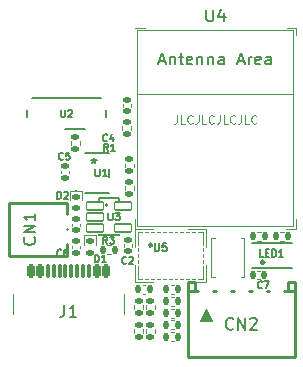
<source format=gbr>
%TF.GenerationSoftware,KiCad,Pcbnew,8.0.6-8.0.6-0~ubuntu24.04.1*%
%TF.CreationDate,2024-11-07T17:00:29-08:00*%
%TF.ProjectId,uSlime,75536c69-6d65-42e6-9b69-6361645f7063,rev?*%
%TF.SameCoordinates,Original*%
%TF.FileFunction,Legend,Top*%
%TF.FilePolarity,Positive*%
%FSLAX46Y46*%
G04 Gerber Fmt 4.6, Leading zero omitted, Abs format (unit mm)*
G04 Created by KiCad (PCBNEW 8.0.6-8.0.6-0~ubuntu24.04.1) date 2024-11-07 17:00:29*
%MOMM*%
%LPD*%
G01*
G04 APERTURE LIST*
G04 Aperture macros list*
%AMRoundRect*
0 Rectangle with rounded corners*
0 $1 Rounding radius*
0 $2 $3 $4 $5 $6 $7 $8 $9 X,Y pos of 4 corners*
0 Add a 4 corners polygon primitive as box body*
4,1,4,$2,$3,$4,$5,$6,$7,$8,$9,$2,$3,0*
0 Add four circle primitives for the rounded corners*
1,1,$1+$1,$2,$3*
1,1,$1+$1,$4,$5*
1,1,$1+$1,$6,$7*
1,1,$1+$1,$8,$9*
0 Add four rect primitives between the rounded corners*
20,1,$1+$1,$2,$3,$4,$5,0*
20,1,$1+$1,$4,$5,$6,$7,0*
20,1,$1+$1,$6,$7,$8,$9,0*
20,1,$1+$1,$8,$9,$2,$3,0*%
%AMFreePoly0*
4,1,6,0.725000,-0.725000,-0.725000,-0.725000,-0.725000,0.125000,-0.125000,0.725000,0.725000,0.725000,0.725000,-0.725000,0.725000,-0.725000,$1*%
G04 Aperture macros list end*
%ADD10C,0.100000*%
%ADD11C,0.150000*%
%ADD12C,0.152400*%
%ADD13C,0.254000*%
%ADD14C,0.120000*%
%ADD15C,0.152000*%
%ADD16C,0.250000*%
%ADD17C,0.101600*%
%ADD18C,0.127000*%
%ADD19C,0.200000*%
%ADD20RoundRect,0.147500X-0.172500X0.147500X-0.172500X-0.147500X0.172500X-0.147500X0.172500X0.147500X0*%
%ADD21C,1.200000*%
%ADD22RoundRect,0.135000X-0.135000X-0.185000X0.135000X-0.185000X0.135000X0.185000X-0.135000X0.185000X0*%
%ADD23RoundRect,0.135000X0.135000X0.185000X-0.135000X0.185000X-0.135000X-0.185000X0.135000X-0.185000X0*%
%ADD24R,0.800000X0.700000*%
%ADD25RoundRect,0.135000X0.185000X-0.135000X0.185000X0.135000X-0.185000X0.135000X-0.185000X-0.135000X0*%
%ADD26RoundRect,0.140000X0.170000X-0.140000X0.170000X0.140000X-0.170000X0.140000X-0.170000X-0.140000X0*%
%ADD27RoundRect,0.140000X-0.170000X0.140000X-0.170000X-0.140000X0.170000X-0.140000X0.170000X0.140000X0*%
%ADD28C,0.650000*%
%ADD29RoundRect,0.150000X-0.150000X-0.425000X0.150000X-0.425000X0.150000X0.425000X-0.150000X0.425000X0*%
%ADD30RoundRect,0.075000X-0.075000X-0.500000X0.075000X-0.500000X0.075000X0.500000X-0.075000X0.500000X0*%
%ADD31O,1.000000X2.100000*%
%ADD32O,1.000000X1.800000*%
%ADD33RoundRect,0.135000X-0.185000X0.135000X-0.185000X-0.135000X0.185000X-0.135000X0.185000X0.135000X0*%
%ADD34RoundRect,0.140000X-0.140000X-0.170000X0.140000X-0.170000X0.140000X0.170000X-0.140000X0.170000X0*%
%ADD35R,0.250000X0.914400*%
%ADD36R,0.812800X0.250000*%
%ADD37C,3.100000*%
%ADD38R,1.320800X0.508000*%
%ADD39R,0.800000X0.400000*%
%ADD40R,0.400000X0.800000*%
%ADD41FreePoly0,0.000000*%
%ADD42R,1.450000X1.450000*%
%ADD43R,0.700000X0.700000*%
%ADD44C,0.900000*%
%ADD45R,0.700000X1.500000*%
%ADD46R,1.000000X0.800000*%
%ADD47C,0.800000*%
%ADD48R,1.700000X0.900000*%
%ADD49C,1.000000*%
%ADD50RoundRect,0.060300X-0.716700X0.341700X-0.716700X-0.341700X0.716700X-0.341700X0.716700X0.341700X0*%
G04 APERTURE END LIST*
D10*
X14716666Y-2009133D02*
X14716666Y-2509133D01*
X14716666Y-2509133D02*
X14683333Y-2609133D01*
X14683333Y-2609133D02*
X14616666Y-2675800D01*
X14616666Y-2675800D02*
X14516666Y-2709133D01*
X14516666Y-2709133D02*
X14450000Y-2709133D01*
X15383333Y-2709133D02*
X15049999Y-2709133D01*
X15049999Y-2709133D02*
X15049999Y-2009133D01*
X16016666Y-2642466D02*
X15983333Y-2675800D01*
X15983333Y-2675800D02*
X15883333Y-2709133D01*
X15883333Y-2709133D02*
X15816666Y-2709133D01*
X15816666Y-2709133D02*
X15716666Y-2675800D01*
X15716666Y-2675800D02*
X15650000Y-2609133D01*
X15650000Y-2609133D02*
X15616666Y-2542466D01*
X15616666Y-2542466D02*
X15583333Y-2409133D01*
X15583333Y-2409133D02*
X15583333Y-2309133D01*
X15583333Y-2309133D02*
X15616666Y-2175800D01*
X15616666Y-2175800D02*
X15650000Y-2109133D01*
X15650000Y-2109133D02*
X15716666Y-2042466D01*
X15716666Y-2042466D02*
X15816666Y-2009133D01*
X15816666Y-2009133D02*
X15883333Y-2009133D01*
X15883333Y-2009133D02*
X15983333Y-2042466D01*
X15983333Y-2042466D02*
X16016666Y-2075800D01*
X16516666Y-2009133D02*
X16516666Y-2509133D01*
X16516666Y-2509133D02*
X16483333Y-2609133D01*
X16483333Y-2609133D02*
X16416666Y-2675800D01*
X16416666Y-2675800D02*
X16316666Y-2709133D01*
X16316666Y-2709133D02*
X16250000Y-2709133D01*
X17183333Y-2709133D02*
X16849999Y-2709133D01*
X16849999Y-2709133D02*
X16849999Y-2009133D01*
X17816666Y-2642466D02*
X17783333Y-2675800D01*
X17783333Y-2675800D02*
X17683333Y-2709133D01*
X17683333Y-2709133D02*
X17616666Y-2709133D01*
X17616666Y-2709133D02*
X17516666Y-2675800D01*
X17516666Y-2675800D02*
X17450000Y-2609133D01*
X17450000Y-2609133D02*
X17416666Y-2542466D01*
X17416666Y-2542466D02*
X17383333Y-2409133D01*
X17383333Y-2409133D02*
X17383333Y-2309133D01*
X17383333Y-2309133D02*
X17416666Y-2175800D01*
X17416666Y-2175800D02*
X17450000Y-2109133D01*
X17450000Y-2109133D02*
X17516666Y-2042466D01*
X17516666Y-2042466D02*
X17616666Y-2009133D01*
X17616666Y-2009133D02*
X17683333Y-2009133D01*
X17683333Y-2009133D02*
X17783333Y-2042466D01*
X17783333Y-2042466D02*
X17816666Y-2075800D01*
X18316666Y-2009133D02*
X18316666Y-2509133D01*
X18316666Y-2509133D02*
X18283333Y-2609133D01*
X18283333Y-2609133D02*
X18216666Y-2675800D01*
X18216666Y-2675800D02*
X18116666Y-2709133D01*
X18116666Y-2709133D02*
X18050000Y-2709133D01*
X18983333Y-2709133D02*
X18649999Y-2709133D01*
X18649999Y-2709133D02*
X18649999Y-2009133D01*
X19616666Y-2642466D02*
X19583333Y-2675800D01*
X19583333Y-2675800D02*
X19483333Y-2709133D01*
X19483333Y-2709133D02*
X19416666Y-2709133D01*
X19416666Y-2709133D02*
X19316666Y-2675800D01*
X19316666Y-2675800D02*
X19250000Y-2609133D01*
X19250000Y-2609133D02*
X19216666Y-2542466D01*
X19216666Y-2542466D02*
X19183333Y-2409133D01*
X19183333Y-2409133D02*
X19183333Y-2309133D01*
X19183333Y-2309133D02*
X19216666Y-2175800D01*
X19216666Y-2175800D02*
X19250000Y-2109133D01*
X19250000Y-2109133D02*
X19316666Y-2042466D01*
X19316666Y-2042466D02*
X19416666Y-2009133D01*
X19416666Y-2009133D02*
X19483333Y-2009133D01*
X19483333Y-2009133D02*
X19583333Y-2042466D01*
X19583333Y-2042466D02*
X19616666Y-2075800D01*
X20116666Y-2009133D02*
X20116666Y-2509133D01*
X20116666Y-2509133D02*
X20083333Y-2609133D01*
X20083333Y-2609133D02*
X20016666Y-2675800D01*
X20016666Y-2675800D02*
X19916666Y-2709133D01*
X19916666Y-2709133D02*
X19850000Y-2709133D01*
X20783333Y-2709133D02*
X20449999Y-2709133D01*
X20449999Y-2709133D02*
X20449999Y-2009133D01*
X21416666Y-2642466D02*
X21383333Y-2675800D01*
X21383333Y-2675800D02*
X21283333Y-2709133D01*
X21283333Y-2709133D02*
X21216666Y-2709133D01*
X21216666Y-2709133D02*
X21116666Y-2675800D01*
X21116666Y-2675800D02*
X21050000Y-2609133D01*
X21050000Y-2609133D02*
X21016666Y-2542466D01*
X21016666Y-2542466D02*
X20983333Y-2409133D01*
X20983333Y-2409133D02*
X20983333Y-2309133D01*
X20983333Y-2309133D02*
X21016666Y-2175800D01*
X21016666Y-2175800D02*
X21050000Y-2109133D01*
X21050000Y-2109133D02*
X21116666Y-2042466D01*
X21116666Y-2042466D02*
X21216666Y-2009133D01*
X21216666Y-2009133D02*
X21283333Y-2009133D01*
X21283333Y-2009133D02*
X21383333Y-2042466D01*
X21383333Y-2042466D02*
X21416666Y-2075800D01*
D11*
X7757143Y-14419771D02*
X7757143Y-13819771D01*
X7757143Y-13819771D02*
X7900000Y-13819771D01*
X7900000Y-13819771D02*
X7985714Y-13848342D01*
X7985714Y-13848342D02*
X8042857Y-13905485D01*
X8042857Y-13905485D02*
X8071428Y-13962628D01*
X8071428Y-13962628D02*
X8100000Y-14076914D01*
X8100000Y-14076914D02*
X8100000Y-14162628D01*
X8100000Y-14162628D02*
X8071428Y-14276914D01*
X8071428Y-14276914D02*
X8042857Y-14334057D01*
X8042857Y-14334057D02*
X7985714Y-14391200D01*
X7985714Y-14391200D02*
X7900000Y-14419771D01*
X7900000Y-14419771D02*
X7757143Y-14419771D01*
X8671428Y-14419771D02*
X8328571Y-14419771D01*
X8500000Y-14419771D02*
X8500000Y-13819771D01*
X8500000Y-13819771D02*
X8442857Y-13905485D01*
X8442857Y-13905485D02*
X8385714Y-13962628D01*
X8385714Y-13962628D02*
X8328571Y-13991200D01*
X19458207Y-20059580D02*
X19410588Y-20107200D01*
X19410588Y-20107200D02*
X19267731Y-20154819D01*
X19267731Y-20154819D02*
X19172493Y-20154819D01*
X19172493Y-20154819D02*
X19029636Y-20107200D01*
X19029636Y-20107200D02*
X18934398Y-20011961D01*
X18934398Y-20011961D02*
X18886779Y-19916723D01*
X18886779Y-19916723D02*
X18839160Y-19726247D01*
X18839160Y-19726247D02*
X18839160Y-19583390D01*
X18839160Y-19583390D02*
X18886779Y-19392914D01*
X18886779Y-19392914D02*
X18934398Y-19297676D01*
X18934398Y-19297676D02*
X19029636Y-19202438D01*
X19029636Y-19202438D02*
X19172493Y-19154819D01*
X19172493Y-19154819D02*
X19267731Y-19154819D01*
X19267731Y-19154819D02*
X19410588Y-19202438D01*
X19410588Y-19202438D02*
X19458207Y-19250057D01*
X19886779Y-20154819D02*
X19886779Y-19154819D01*
X19886779Y-19154819D02*
X20458207Y-20154819D01*
X20458207Y-20154819D02*
X20458207Y-19154819D01*
X20886779Y-19250057D02*
X20934398Y-19202438D01*
X20934398Y-19202438D02*
X21029636Y-19154819D01*
X21029636Y-19154819D02*
X21267731Y-19154819D01*
X21267731Y-19154819D02*
X21362969Y-19202438D01*
X21362969Y-19202438D02*
X21410588Y-19250057D01*
X21410588Y-19250057D02*
X21458207Y-19345295D01*
X21458207Y-19345295D02*
X21458207Y-19440533D01*
X21458207Y-19440533D02*
X21410588Y-19583390D01*
X21410588Y-19583390D02*
X20839160Y-20154819D01*
X20839160Y-20154819D02*
X21458207Y-20154819D01*
X22027255Y-13969771D02*
X21741541Y-13969771D01*
X21741541Y-13969771D02*
X21741541Y-13369771D01*
X22227255Y-13655485D02*
X22427255Y-13655485D01*
X22512969Y-13969771D02*
X22227255Y-13969771D01*
X22227255Y-13969771D02*
X22227255Y-13369771D01*
X22227255Y-13369771D02*
X22512969Y-13369771D01*
X22770112Y-13969771D02*
X22770112Y-13369771D01*
X22770112Y-13369771D02*
X22912969Y-13369771D01*
X22912969Y-13369771D02*
X22998683Y-13398342D01*
X22998683Y-13398342D02*
X23055826Y-13455485D01*
X23055826Y-13455485D02*
X23084397Y-13512628D01*
X23084397Y-13512628D02*
X23112969Y-13626914D01*
X23112969Y-13626914D02*
X23112969Y-13712628D01*
X23112969Y-13712628D02*
X23084397Y-13826914D01*
X23084397Y-13826914D02*
X23055826Y-13884057D01*
X23055826Y-13884057D02*
X22998683Y-13941200D01*
X22998683Y-13941200D02*
X22912969Y-13969771D01*
X22912969Y-13969771D02*
X22770112Y-13969771D01*
X23684397Y-13969771D02*
X23341540Y-13969771D01*
X23512969Y-13969771D02*
X23512969Y-13369771D01*
X23512969Y-13369771D02*
X23455826Y-13455485D01*
X23455826Y-13455485D02*
X23398683Y-13512628D01*
X23398683Y-13512628D02*
X23341540Y-13541200D01*
X5050000Y-5712628D02*
X5021428Y-5741200D01*
X5021428Y-5741200D02*
X4935714Y-5769771D01*
X4935714Y-5769771D02*
X4878571Y-5769771D01*
X4878571Y-5769771D02*
X4792857Y-5741200D01*
X4792857Y-5741200D02*
X4735714Y-5684057D01*
X4735714Y-5684057D02*
X4707143Y-5626914D01*
X4707143Y-5626914D02*
X4678571Y-5512628D01*
X4678571Y-5512628D02*
X4678571Y-5426914D01*
X4678571Y-5426914D02*
X4707143Y-5312628D01*
X4707143Y-5312628D02*
X4735714Y-5255485D01*
X4735714Y-5255485D02*
X4792857Y-5198342D01*
X4792857Y-5198342D02*
X4878571Y-5169771D01*
X4878571Y-5169771D02*
X4935714Y-5169771D01*
X4935714Y-5169771D02*
X5021428Y-5198342D01*
X5021428Y-5198342D02*
X5050000Y-5226914D01*
X5592857Y-5169771D02*
X5307143Y-5169771D01*
X5307143Y-5169771D02*
X5278571Y-5455485D01*
X5278571Y-5455485D02*
X5307143Y-5426914D01*
X5307143Y-5426914D02*
X5364286Y-5398342D01*
X5364286Y-5398342D02*
X5507143Y-5398342D01*
X5507143Y-5398342D02*
X5564286Y-5426914D01*
X5564286Y-5426914D02*
X5592857Y-5455485D01*
X5592857Y-5455485D02*
X5621428Y-5512628D01*
X5621428Y-5512628D02*
X5621428Y-5655485D01*
X5621428Y-5655485D02*
X5592857Y-5712628D01*
X5592857Y-5712628D02*
X5564286Y-5741200D01*
X5564286Y-5741200D02*
X5507143Y-5769771D01*
X5507143Y-5769771D02*
X5364286Y-5769771D01*
X5364286Y-5769771D02*
X5307143Y-5741200D01*
X5307143Y-5741200D02*
X5278571Y-5712628D01*
X8800000Y-4162628D02*
X8771428Y-4191200D01*
X8771428Y-4191200D02*
X8685714Y-4219771D01*
X8685714Y-4219771D02*
X8628571Y-4219771D01*
X8628571Y-4219771D02*
X8542857Y-4191200D01*
X8542857Y-4191200D02*
X8485714Y-4134057D01*
X8485714Y-4134057D02*
X8457143Y-4076914D01*
X8457143Y-4076914D02*
X8428571Y-3962628D01*
X8428571Y-3962628D02*
X8428571Y-3876914D01*
X8428571Y-3876914D02*
X8457143Y-3762628D01*
X8457143Y-3762628D02*
X8485714Y-3705485D01*
X8485714Y-3705485D02*
X8542857Y-3648342D01*
X8542857Y-3648342D02*
X8628571Y-3619771D01*
X8628571Y-3619771D02*
X8685714Y-3619771D01*
X8685714Y-3619771D02*
X8771428Y-3648342D01*
X8771428Y-3648342D02*
X8800000Y-3676914D01*
X9314286Y-3819771D02*
X9314286Y-4219771D01*
X9171428Y-3591200D02*
X9028571Y-4019771D01*
X9028571Y-4019771D02*
X9400000Y-4019771D01*
X5166666Y-18064819D02*
X5166666Y-18779104D01*
X5166666Y-18779104D02*
X5119047Y-18921961D01*
X5119047Y-18921961D02*
X5023809Y-19017200D01*
X5023809Y-19017200D02*
X4880952Y-19064819D01*
X4880952Y-19064819D02*
X4785714Y-19064819D01*
X6166666Y-19064819D02*
X5595238Y-19064819D01*
X5880952Y-19064819D02*
X5880952Y-18064819D01*
X5880952Y-18064819D02*
X5785714Y-18207676D01*
X5785714Y-18207676D02*
X5690476Y-18302914D01*
X5690476Y-18302914D02*
X5595238Y-18350533D01*
X4557143Y-9069771D02*
X4557143Y-8469771D01*
X4557143Y-8469771D02*
X4700000Y-8469771D01*
X4700000Y-8469771D02*
X4785714Y-8498342D01*
X4785714Y-8498342D02*
X4842857Y-8555485D01*
X4842857Y-8555485D02*
X4871428Y-8612628D01*
X4871428Y-8612628D02*
X4900000Y-8726914D01*
X4900000Y-8726914D02*
X4900000Y-8812628D01*
X4900000Y-8812628D02*
X4871428Y-8926914D01*
X4871428Y-8926914D02*
X4842857Y-8984057D01*
X4842857Y-8984057D02*
X4785714Y-9041200D01*
X4785714Y-9041200D02*
X4700000Y-9069771D01*
X4700000Y-9069771D02*
X4557143Y-9069771D01*
X5128571Y-8526914D02*
X5157143Y-8498342D01*
X5157143Y-8498342D02*
X5214286Y-8469771D01*
X5214286Y-8469771D02*
X5357143Y-8469771D01*
X5357143Y-8469771D02*
X5414286Y-8498342D01*
X5414286Y-8498342D02*
X5442857Y-8526914D01*
X5442857Y-8526914D02*
X5471428Y-8584057D01*
X5471428Y-8584057D02*
X5471428Y-8641200D01*
X5471428Y-8641200D02*
X5442857Y-8726914D01*
X5442857Y-8726914D02*
X5100000Y-9069771D01*
X5100000Y-9069771D02*
X5471428Y-9069771D01*
X10400000Y-14512628D02*
X10371428Y-14541200D01*
X10371428Y-14541200D02*
X10285714Y-14569771D01*
X10285714Y-14569771D02*
X10228571Y-14569771D01*
X10228571Y-14569771D02*
X10142857Y-14541200D01*
X10142857Y-14541200D02*
X10085714Y-14484057D01*
X10085714Y-14484057D02*
X10057143Y-14426914D01*
X10057143Y-14426914D02*
X10028571Y-14312628D01*
X10028571Y-14312628D02*
X10028571Y-14226914D01*
X10028571Y-14226914D02*
X10057143Y-14112628D01*
X10057143Y-14112628D02*
X10085714Y-14055485D01*
X10085714Y-14055485D02*
X10142857Y-13998342D01*
X10142857Y-13998342D02*
X10228571Y-13969771D01*
X10228571Y-13969771D02*
X10285714Y-13969771D01*
X10285714Y-13969771D02*
X10371428Y-13998342D01*
X10371428Y-13998342D02*
X10400000Y-14026914D01*
X10628571Y-14026914D02*
X10657143Y-13998342D01*
X10657143Y-13998342D02*
X10714286Y-13969771D01*
X10714286Y-13969771D02*
X10857143Y-13969771D01*
X10857143Y-13969771D02*
X10914286Y-13998342D01*
X10914286Y-13998342D02*
X10942857Y-14026914D01*
X10942857Y-14026914D02*
X10971428Y-14084057D01*
X10971428Y-14084057D02*
X10971428Y-14141200D01*
X10971428Y-14141200D02*
X10942857Y-14226914D01*
X10942857Y-14226914D02*
X10600000Y-14569771D01*
X10600000Y-14569771D02*
X10971428Y-14569771D01*
X21900000Y-16612628D02*
X21871428Y-16641200D01*
X21871428Y-16641200D02*
X21785714Y-16669771D01*
X21785714Y-16669771D02*
X21728571Y-16669771D01*
X21728571Y-16669771D02*
X21642857Y-16641200D01*
X21642857Y-16641200D02*
X21585714Y-16584057D01*
X21585714Y-16584057D02*
X21557143Y-16526914D01*
X21557143Y-16526914D02*
X21528571Y-16412628D01*
X21528571Y-16412628D02*
X21528571Y-16326914D01*
X21528571Y-16326914D02*
X21557143Y-16212628D01*
X21557143Y-16212628D02*
X21585714Y-16155485D01*
X21585714Y-16155485D02*
X21642857Y-16098342D01*
X21642857Y-16098342D02*
X21728571Y-16069771D01*
X21728571Y-16069771D02*
X21785714Y-16069771D01*
X21785714Y-16069771D02*
X21871428Y-16098342D01*
X21871428Y-16098342D02*
X21900000Y-16126914D01*
X22100000Y-16069771D02*
X22500000Y-16069771D01*
X22500000Y-16069771D02*
X22242857Y-16669771D01*
X8800000Y-12869771D02*
X8600000Y-12584057D01*
X8457143Y-12869771D02*
X8457143Y-12269771D01*
X8457143Y-12269771D02*
X8685714Y-12269771D01*
X8685714Y-12269771D02*
X8742857Y-12298342D01*
X8742857Y-12298342D02*
X8771428Y-12326914D01*
X8771428Y-12326914D02*
X8800000Y-12384057D01*
X8800000Y-12384057D02*
X8800000Y-12469771D01*
X8800000Y-12469771D02*
X8771428Y-12526914D01*
X8771428Y-12526914D02*
X8742857Y-12555485D01*
X8742857Y-12555485D02*
X8685714Y-12584057D01*
X8685714Y-12584057D02*
X8457143Y-12584057D01*
X9000000Y-12269771D02*
X9371428Y-12269771D01*
X9371428Y-12269771D02*
X9171428Y-12498342D01*
X9171428Y-12498342D02*
X9257143Y-12498342D01*
X9257143Y-12498342D02*
X9314286Y-12526914D01*
X9314286Y-12526914D02*
X9342857Y-12555485D01*
X9342857Y-12555485D02*
X9371428Y-12612628D01*
X9371428Y-12612628D02*
X9371428Y-12755485D01*
X9371428Y-12755485D02*
X9342857Y-12812628D01*
X9342857Y-12812628D02*
X9314286Y-12841200D01*
X9314286Y-12841200D02*
X9257143Y-12869771D01*
X9257143Y-12869771D02*
X9085714Y-12869771D01*
X9085714Y-12869771D02*
X9028571Y-12841200D01*
X9028571Y-12841200D02*
X9000000Y-12812628D01*
D12*
X12797615Y-12837737D02*
X12797615Y-13371520D01*
X12797615Y-13371520D02*
X12829014Y-13434318D01*
X12829014Y-13434318D02*
X12860413Y-13465718D01*
X12860413Y-13465718D02*
X12923211Y-13497117D01*
X12923211Y-13497117D02*
X13048807Y-13497117D01*
X13048807Y-13497117D02*
X13111605Y-13465718D01*
X13111605Y-13465718D02*
X13143004Y-13434318D01*
X13143004Y-13434318D02*
X13174403Y-13371520D01*
X13174403Y-13371520D02*
X13174403Y-12837737D01*
X13802384Y-12837737D02*
X13488394Y-12837737D01*
X13488394Y-12837737D02*
X13456995Y-13151727D01*
X13456995Y-13151727D02*
X13488394Y-13120328D01*
X13488394Y-13120328D02*
X13551192Y-13088929D01*
X13551192Y-13088929D02*
X13708187Y-13088929D01*
X13708187Y-13088929D02*
X13770985Y-13120328D01*
X13770985Y-13120328D02*
X13802384Y-13151727D01*
X13802384Y-13151727D02*
X13833783Y-13214525D01*
X13833783Y-13214525D02*
X13833783Y-13371520D01*
X13833783Y-13371520D02*
X13802384Y-13434318D01*
X13802384Y-13434318D02*
X13770985Y-13465718D01*
X13770985Y-13465718D02*
X13708187Y-13497117D01*
X13708187Y-13497117D02*
X13551192Y-13497117D01*
X13551192Y-13497117D02*
X13488394Y-13465718D01*
X13488394Y-13465718D02*
X13456995Y-13434318D01*
D11*
X7792857Y-6569771D02*
X7792857Y-7055485D01*
X7792857Y-7055485D02*
X7821428Y-7112628D01*
X7821428Y-7112628D02*
X7850000Y-7141200D01*
X7850000Y-7141200D02*
X7907142Y-7169771D01*
X7907142Y-7169771D02*
X8021428Y-7169771D01*
X8021428Y-7169771D02*
X8078571Y-7141200D01*
X8078571Y-7141200D02*
X8107142Y-7112628D01*
X8107142Y-7112628D02*
X8135714Y-7055485D01*
X8135714Y-7055485D02*
X8135714Y-6569771D01*
X8735713Y-7169771D02*
X8392856Y-7169771D01*
X8564285Y-7169771D02*
X8564285Y-6569771D01*
X8564285Y-6569771D02*
X8507142Y-6655485D01*
X8507142Y-6655485D02*
X8449999Y-6712628D01*
X8449999Y-6712628D02*
X8392856Y-6741200D01*
X7650000Y-5654819D02*
X7650000Y-5892914D01*
X7411905Y-5797676D02*
X7650000Y-5892914D01*
X7650000Y-5892914D02*
X7888095Y-5797676D01*
X7507143Y-6083390D02*
X7650000Y-5892914D01*
X7650000Y-5892914D02*
X7792857Y-6083390D01*
X8850000Y-5019771D02*
X8650000Y-4734057D01*
X8507143Y-5019771D02*
X8507143Y-4419771D01*
X8507143Y-4419771D02*
X8735714Y-4419771D01*
X8735714Y-4419771D02*
X8792857Y-4448342D01*
X8792857Y-4448342D02*
X8821428Y-4476914D01*
X8821428Y-4476914D02*
X8850000Y-4534057D01*
X8850000Y-4534057D02*
X8850000Y-4619771D01*
X8850000Y-4619771D02*
X8821428Y-4676914D01*
X8821428Y-4676914D02*
X8792857Y-4705485D01*
X8792857Y-4705485D02*
X8735714Y-4734057D01*
X8735714Y-4734057D02*
X8507143Y-4734057D01*
X9421428Y-5019771D02*
X9078571Y-5019771D01*
X9250000Y-5019771D02*
X9250000Y-4419771D01*
X9250000Y-4419771D02*
X9192857Y-4505485D01*
X9192857Y-4505485D02*
X9135714Y-4562628D01*
X9135714Y-4562628D02*
X9078571Y-4591200D01*
X17188095Y6945181D02*
X17188095Y6135658D01*
X17188095Y6135658D02*
X17235714Y6040420D01*
X17235714Y6040420D02*
X17283333Y5992800D01*
X17283333Y5992800D02*
X17378571Y5945181D01*
X17378571Y5945181D02*
X17569047Y5945181D01*
X17569047Y5945181D02*
X17664285Y5992800D01*
X17664285Y5992800D02*
X17711904Y6040420D01*
X17711904Y6040420D02*
X17759523Y6135658D01*
X17759523Y6135658D02*
X17759523Y6945181D01*
X18664285Y6611848D02*
X18664285Y5945181D01*
X18426190Y6992800D02*
X18188095Y6278515D01*
X18188095Y6278515D02*
X18807142Y6278515D01*
X13188094Y2580896D02*
X13664284Y2580896D01*
X13092856Y2295181D02*
X13426189Y3295181D01*
X13426189Y3295181D02*
X13759522Y2295181D01*
X14092856Y2961848D02*
X14092856Y2295181D01*
X14092856Y2866610D02*
X14140475Y2914229D01*
X14140475Y2914229D02*
X14235713Y2961848D01*
X14235713Y2961848D02*
X14378570Y2961848D01*
X14378570Y2961848D02*
X14473808Y2914229D01*
X14473808Y2914229D02*
X14521427Y2818991D01*
X14521427Y2818991D02*
X14521427Y2295181D01*
X14854761Y2961848D02*
X15235713Y2961848D01*
X14997618Y3295181D02*
X14997618Y2438039D01*
X14997618Y2438039D02*
X15045237Y2342800D01*
X15045237Y2342800D02*
X15140475Y2295181D01*
X15140475Y2295181D02*
X15235713Y2295181D01*
X15949999Y2342800D02*
X15854761Y2295181D01*
X15854761Y2295181D02*
X15664285Y2295181D01*
X15664285Y2295181D02*
X15569047Y2342800D01*
X15569047Y2342800D02*
X15521428Y2438039D01*
X15521428Y2438039D02*
X15521428Y2818991D01*
X15521428Y2818991D02*
X15569047Y2914229D01*
X15569047Y2914229D02*
X15664285Y2961848D01*
X15664285Y2961848D02*
X15854761Y2961848D01*
X15854761Y2961848D02*
X15949999Y2914229D01*
X15949999Y2914229D02*
X15997618Y2818991D01*
X15997618Y2818991D02*
X15997618Y2723753D01*
X15997618Y2723753D02*
X15521428Y2628515D01*
X16426190Y2961848D02*
X16426190Y2295181D01*
X16426190Y2866610D02*
X16473809Y2914229D01*
X16473809Y2914229D02*
X16569047Y2961848D01*
X16569047Y2961848D02*
X16711904Y2961848D01*
X16711904Y2961848D02*
X16807142Y2914229D01*
X16807142Y2914229D02*
X16854761Y2818991D01*
X16854761Y2818991D02*
X16854761Y2295181D01*
X17330952Y2961848D02*
X17330952Y2295181D01*
X17330952Y2866610D02*
X17378571Y2914229D01*
X17378571Y2914229D02*
X17473809Y2961848D01*
X17473809Y2961848D02*
X17616666Y2961848D01*
X17616666Y2961848D02*
X17711904Y2914229D01*
X17711904Y2914229D02*
X17759523Y2818991D01*
X17759523Y2818991D02*
X17759523Y2295181D01*
X18664285Y2295181D02*
X18664285Y2818991D01*
X18664285Y2818991D02*
X18616666Y2914229D01*
X18616666Y2914229D02*
X18521428Y2961848D01*
X18521428Y2961848D02*
X18330952Y2961848D01*
X18330952Y2961848D02*
X18235714Y2914229D01*
X18664285Y2342800D02*
X18569047Y2295181D01*
X18569047Y2295181D02*
X18330952Y2295181D01*
X18330952Y2295181D02*
X18235714Y2342800D01*
X18235714Y2342800D02*
X18188095Y2438039D01*
X18188095Y2438039D02*
X18188095Y2533277D01*
X18188095Y2533277D02*
X18235714Y2628515D01*
X18235714Y2628515D02*
X18330952Y2676134D01*
X18330952Y2676134D02*
X18569047Y2676134D01*
X18569047Y2676134D02*
X18664285Y2723753D01*
X19854762Y2580896D02*
X20330952Y2580896D01*
X19759524Y2295181D02*
X20092857Y3295181D01*
X20092857Y3295181D02*
X20426190Y2295181D01*
X20759524Y2295181D02*
X20759524Y2961848D01*
X20759524Y2771372D02*
X20807143Y2866610D01*
X20807143Y2866610D02*
X20854762Y2914229D01*
X20854762Y2914229D02*
X20950000Y2961848D01*
X20950000Y2961848D02*
X21045238Y2961848D01*
X21759524Y2342800D02*
X21664286Y2295181D01*
X21664286Y2295181D02*
X21473810Y2295181D01*
X21473810Y2295181D02*
X21378572Y2342800D01*
X21378572Y2342800D02*
X21330953Y2438039D01*
X21330953Y2438039D02*
X21330953Y2818991D01*
X21330953Y2818991D02*
X21378572Y2914229D01*
X21378572Y2914229D02*
X21473810Y2961848D01*
X21473810Y2961848D02*
X21664286Y2961848D01*
X21664286Y2961848D02*
X21759524Y2914229D01*
X21759524Y2914229D02*
X21807143Y2818991D01*
X21807143Y2818991D02*
X21807143Y2723753D01*
X21807143Y2723753D02*
X21330953Y2628515D01*
X22664286Y2295181D02*
X22664286Y2818991D01*
X22664286Y2818991D02*
X22616667Y2914229D01*
X22616667Y2914229D02*
X22521429Y2961848D01*
X22521429Y2961848D02*
X22330953Y2961848D01*
X22330953Y2961848D02*
X22235715Y2914229D01*
X22664286Y2342800D02*
X22569048Y2295181D01*
X22569048Y2295181D02*
X22330953Y2295181D01*
X22330953Y2295181D02*
X22235715Y2342800D01*
X22235715Y2342800D02*
X22188096Y2438039D01*
X22188096Y2438039D02*
X22188096Y2533277D01*
X22188096Y2533277D02*
X22235715Y2628515D01*
X22235715Y2628515D02*
X22330953Y2676134D01*
X22330953Y2676134D02*
X22569048Y2676134D01*
X22569048Y2676134D02*
X22664286Y2723753D01*
X4867857Y-1544771D02*
X4867857Y-2030485D01*
X4867857Y-2030485D02*
X4896428Y-2087628D01*
X4896428Y-2087628D02*
X4925000Y-2116200D01*
X4925000Y-2116200D02*
X4982142Y-2144771D01*
X4982142Y-2144771D02*
X5096428Y-2144771D01*
X5096428Y-2144771D02*
X5153571Y-2116200D01*
X5153571Y-2116200D02*
X5182142Y-2087628D01*
X5182142Y-2087628D02*
X5210714Y-2030485D01*
X5210714Y-2030485D02*
X5210714Y-1544771D01*
X5467856Y-1601914D02*
X5496428Y-1573342D01*
X5496428Y-1573342D02*
X5553571Y-1544771D01*
X5553571Y-1544771D02*
X5696428Y-1544771D01*
X5696428Y-1544771D02*
X5753571Y-1573342D01*
X5753571Y-1573342D02*
X5782142Y-1601914D01*
X5782142Y-1601914D02*
X5810713Y-1659057D01*
X5810713Y-1659057D02*
X5810713Y-1716200D01*
X5810713Y-1716200D02*
X5782142Y-1801914D01*
X5782142Y-1801914D02*
X5439285Y-2144771D01*
X5439285Y-2144771D02*
X5810713Y-2144771D01*
X2609580Y-12340476D02*
X2657200Y-12388095D01*
X2657200Y-12388095D02*
X2704819Y-12530952D01*
X2704819Y-12530952D02*
X2704819Y-12626190D01*
X2704819Y-12626190D02*
X2657200Y-12769047D01*
X2657200Y-12769047D02*
X2561961Y-12864285D01*
X2561961Y-12864285D02*
X2466723Y-12911904D01*
X2466723Y-12911904D02*
X2276247Y-12959523D01*
X2276247Y-12959523D02*
X2133390Y-12959523D01*
X2133390Y-12959523D02*
X1942914Y-12911904D01*
X1942914Y-12911904D02*
X1847676Y-12864285D01*
X1847676Y-12864285D02*
X1752438Y-12769047D01*
X1752438Y-12769047D02*
X1704819Y-12626190D01*
X1704819Y-12626190D02*
X1704819Y-12530952D01*
X1704819Y-12530952D02*
X1752438Y-12388095D01*
X1752438Y-12388095D02*
X1800057Y-12340476D01*
X2704819Y-11911904D02*
X1704819Y-11911904D01*
X1704819Y-11911904D02*
X2704819Y-11340476D01*
X2704819Y-11340476D02*
X1704819Y-11340476D01*
X2704819Y-10340476D02*
X2704819Y-10911904D01*
X2704819Y-10626190D02*
X1704819Y-10626190D01*
X1704819Y-10626190D02*
X1847676Y-10721428D01*
X1847676Y-10721428D02*
X1942914Y-10816666D01*
X1942914Y-10816666D02*
X1990533Y-10911904D01*
X8892857Y-10269771D02*
X8892857Y-10755485D01*
X8892857Y-10755485D02*
X8921428Y-10812628D01*
X8921428Y-10812628D02*
X8950000Y-10841200D01*
X8950000Y-10841200D02*
X9007142Y-10869771D01*
X9007142Y-10869771D02*
X9121428Y-10869771D01*
X9121428Y-10869771D02*
X9178571Y-10841200D01*
X9178571Y-10841200D02*
X9207142Y-10812628D01*
X9207142Y-10812628D02*
X9235714Y-10755485D01*
X9235714Y-10755485D02*
X9235714Y-10269771D01*
X9464285Y-10269771D02*
X9835713Y-10269771D01*
X9835713Y-10269771D02*
X9635713Y-10498342D01*
X9635713Y-10498342D02*
X9721428Y-10498342D01*
X9721428Y-10498342D02*
X9778571Y-10526914D01*
X9778571Y-10526914D02*
X9807142Y-10555485D01*
X9807142Y-10555485D02*
X9835713Y-10612628D01*
X9835713Y-10612628D02*
X9835713Y-10755485D01*
X9835713Y-10755485D02*
X9807142Y-10812628D01*
X9807142Y-10812628D02*
X9778571Y-10841200D01*
X9778571Y-10841200D02*
X9721428Y-10869771D01*
X9721428Y-10869771D02*
X9549999Y-10869771D01*
X9549999Y-10869771D02*
X9492856Y-10841200D01*
X9492856Y-10841200D02*
X9464285Y-10812628D01*
X4900000Y-13912628D02*
X4871428Y-13941200D01*
X4871428Y-13941200D02*
X4785714Y-13969771D01*
X4785714Y-13969771D02*
X4728571Y-13969771D01*
X4728571Y-13969771D02*
X4642857Y-13941200D01*
X4642857Y-13941200D02*
X4585714Y-13884057D01*
X4585714Y-13884057D02*
X4557143Y-13826914D01*
X4557143Y-13826914D02*
X4528571Y-13712628D01*
X4528571Y-13712628D02*
X4528571Y-13626914D01*
X4528571Y-13626914D02*
X4557143Y-13512628D01*
X4557143Y-13512628D02*
X4585714Y-13455485D01*
X4585714Y-13455485D02*
X4642857Y-13398342D01*
X4642857Y-13398342D02*
X4728571Y-13369771D01*
X4728571Y-13369771D02*
X4785714Y-13369771D01*
X4785714Y-13369771D02*
X4871428Y-13398342D01*
X4871428Y-13398342D02*
X4900000Y-13426914D01*
X5414286Y-13369771D02*
X5300000Y-13369771D01*
X5300000Y-13369771D02*
X5242857Y-13398342D01*
X5242857Y-13398342D02*
X5214286Y-13426914D01*
X5214286Y-13426914D02*
X5157143Y-13512628D01*
X5157143Y-13512628D02*
X5128571Y-13626914D01*
X5128571Y-13626914D02*
X5128571Y-13855485D01*
X5128571Y-13855485D02*
X5157143Y-13912628D01*
X5157143Y-13912628D02*
X5185714Y-13941200D01*
X5185714Y-13941200D02*
X5242857Y-13969771D01*
X5242857Y-13969771D02*
X5357143Y-13969771D01*
X5357143Y-13969771D02*
X5414286Y-13941200D01*
X5414286Y-13941200D02*
X5442857Y-13912628D01*
X5442857Y-13912628D02*
X5471428Y-13855485D01*
X5471428Y-13855485D02*
X5471428Y-13712628D01*
X5471428Y-13712628D02*
X5442857Y-13655485D01*
X5442857Y-13655485D02*
X5414286Y-13626914D01*
X5414286Y-13626914D02*
X5357143Y-13598342D01*
X5357143Y-13598342D02*
X5242857Y-13598342D01*
X5242857Y-13598342D02*
X5185714Y-13626914D01*
X5185714Y-13626914D02*
X5157143Y-13655485D01*
X5157143Y-13655485D02*
X5128571Y-13712628D01*
D10*
%TO.C,D1*%
X6800000Y-12150000D02*
X6800000Y-12950000D01*
X7800000Y-12150000D02*
X6800000Y-12150000D01*
X7800000Y-12150000D02*
X7800000Y-12950000D01*
X7350000Y-12150000D02*
G75*
G02*
X7250000Y-12150000I-50000J0D01*
G01*
X7250000Y-12150000D02*
G75*
G02*
X7350000Y-12150000I50000J0D01*
G01*
D13*
%TO.C,CN2*%
X15645000Y-16150000D02*
X16195000Y-16150000D01*
X15645000Y-16909000D02*
X16515000Y-16909000D01*
X15645000Y-22450000D02*
X15645000Y-16150000D01*
X15645000Y-22450000D02*
X24645000Y-22450000D01*
X16195000Y-16150000D02*
X16195000Y-16909000D01*
X17775000Y-16909000D02*
X18015000Y-16909000D01*
X19275000Y-16909000D02*
X19515000Y-16909000D01*
X20775000Y-16909000D02*
X21015000Y-16909000D01*
X22275000Y-16909000D02*
X22515000Y-16909000D01*
X23785000Y-16910000D02*
X24654000Y-16910000D01*
X24105000Y-16150000D02*
X24105000Y-16909000D01*
X24645000Y-16150000D02*
X24645000Y-22450000D01*
X24655000Y-16150000D02*
X24105000Y-16150000D01*
D14*
X17645000Y-19450000D02*
X16645000Y-19450000D01*
X17145000Y-18450000D01*
X17645000Y-19450000D01*
G36*
X17645000Y-19450000D02*
G01*
X16645000Y-19450000D01*
X17145000Y-18450000D01*
X17645000Y-19450000D01*
G37*
%TO.C,R16*%
X21496359Y-11870000D02*
X21803641Y-11870000D01*
X21496359Y-12630000D02*
X21803641Y-12630000D01*
%TO.C,R15*%
X14453641Y-18370000D02*
X14146359Y-18370000D01*
X14453641Y-19130000D02*
X14146359Y-19130000D01*
D15*
%TO.C,LED1*%
X24400000Y-12799000D02*
X21047000Y-12799000D01*
X24400000Y-14958000D02*
X21047000Y-14958000D01*
D16*
X22075000Y-14456000D02*
G75*
G02*
X21825000Y-14456000I-125000J0D01*
G01*
X21825000Y-14456000D02*
G75*
G02*
X22075000Y-14456000I125000J0D01*
G01*
D14*
%TO.C,R9*%
X10270000Y-6403641D02*
X10270000Y-6096359D01*
X11030000Y-6403641D02*
X11030000Y-6096359D01*
%TO.C,C5*%
X4840000Y-6907836D02*
X4840000Y-6692164D01*
X5560000Y-6907836D02*
X5560000Y-6692164D01*
%TO.C,R14*%
X14146359Y-17370000D02*
X14453641Y-17370000D01*
X14146359Y-18130000D02*
X14453641Y-18130000D01*
%TO.C,C4*%
X10090000Y-1307836D02*
X10090000Y-1092164D01*
X10810000Y-1307836D02*
X10810000Y-1092164D01*
%TO.C,C3*%
X5790000Y-11172164D02*
X5790000Y-11387836D01*
X6510000Y-11172164D02*
X6510000Y-11387836D01*
%TO.C,J1*%
X830000Y-18800000D02*
X830000Y-17100000D01*
X10170000Y-18800000D02*
X10170000Y-17100000D01*
%TO.C,R13*%
X14453641Y-16370000D02*
X14146359Y-16370000D01*
X14453641Y-17130000D02*
X14146359Y-17130000D01*
%TO.C,R7*%
X12070000Y-20403641D02*
X12070000Y-20096359D01*
X12830000Y-20403641D02*
X12830000Y-20096359D01*
%TO.C,R12*%
X23446359Y-11870000D02*
X23753641Y-11870000D01*
X23446359Y-12630000D02*
X23753641Y-12630000D01*
%TO.C,R5*%
X12070000Y-18403641D02*
X12070000Y-18096359D01*
X12830000Y-18403641D02*
X12830000Y-18096359D01*
%TO.C,R4*%
X11070000Y-18096359D02*
X11070000Y-18403641D01*
X11830000Y-18096359D02*
X11830000Y-18403641D01*
D10*
%TO.C,D2*%
X5650000Y-8400000D02*
X5650000Y-9200000D01*
X6650000Y-8400000D02*
X5650000Y-8400000D01*
X6650000Y-8400000D02*
X6650000Y-9200000D01*
X6200000Y-8400000D02*
G75*
G02*
X6100000Y-8400000I-50000J0D01*
G01*
X6100000Y-8400000D02*
G75*
G02*
X6200000Y-8400000I50000J0D01*
G01*
D14*
%TO.C,C2*%
X10190000Y-12942164D02*
X10190000Y-13157836D01*
X10910000Y-12942164D02*
X10910000Y-13157836D01*
%TO.C,C7*%
X21492164Y-15190000D02*
X21707836Y-15190000D01*
X21492164Y-15910000D02*
X21707836Y-15910000D01*
%TO.C,R3*%
X8796359Y-13020000D02*
X9103641Y-13020000D01*
X8796359Y-13780000D02*
X9103641Y-13780000D01*
%TO.C,R2*%
X5720000Y-4503641D02*
X5720000Y-4196359D01*
X6480000Y-4503641D02*
X6480000Y-4196359D01*
%TO.C,R11*%
X14146359Y-19370000D02*
X14453641Y-19370000D01*
X14146359Y-20130000D02*
X14453641Y-20130000D01*
D17*
%TO.C,U5*%
X11150000Y-11650010D02*
X11150000Y-13150010D01*
X11150000Y-14650010D02*
X11150000Y-16150010D01*
X11400010Y-11900000D02*
X11400010Y-15899990D01*
X12650000Y-11650010D02*
X11150000Y-11650010D01*
X12650000Y-16150010D02*
X11150000Y-16150010D01*
X16900000Y-11900000D02*
X11400010Y-11900000D01*
X16900000Y-11900000D02*
X16900000Y-15899990D01*
X16900000Y-15899990D02*
X11400010Y-15899990D01*
X17149990Y-11650010D02*
X15649990Y-11650010D01*
X17149990Y-11650010D02*
X17149990Y-13150010D01*
X17149990Y-14650010D02*
X17149990Y-16150010D01*
X17149990Y-16150010D02*
X15649990Y-16150010D01*
D13*
X12574970Y-13000000D02*
G75*
G02*
X12325030Y-13000000I-124970J0D01*
G01*
X12325030Y-13000000D02*
G75*
G02*
X12574970Y-13000000I124970J0D01*
G01*
D14*
%TO.C,R6*%
X10270000Y-7996359D02*
X10270000Y-8303641D01*
X11030000Y-7996359D02*
X11030000Y-8303641D01*
%TO.C,C1*%
X11792164Y-16390000D02*
X12007836Y-16390000D01*
X11792164Y-17110000D02*
X12007836Y-17110000D01*
%TO.C,R8*%
X11070000Y-20096359D02*
X11070000Y-20403641D01*
X11830000Y-20096359D02*
X11830000Y-20403641D01*
D12*
%TO.C,U1*%
X6921300Y-8576400D02*
X8978700Y-8576400D01*
X8978700Y-5223600D02*
X6921300Y-5223600D01*
X8978700Y-7263261D02*
X8978700Y-6536739D01*
D14*
%TO.C,R1*%
X10070000Y-3253641D02*
X10070000Y-2946359D01*
X10830000Y-3253641D02*
X10830000Y-2946359D01*
%TO.C,U4*%
X11150000Y-10800000D02*
X11150000Y-11600000D01*
X11150000Y-11600000D02*
X11950000Y-11600000D01*
X11350000Y5200000D02*
X24550000Y5200000D01*
X11350000Y-200000D02*
X24550000Y-200000D01*
X11350000Y-11400000D02*
X11350000Y5200000D01*
X12025000Y5400000D02*
X11175000Y5400000D01*
X24000000Y5400000D02*
X24750000Y5400000D01*
X24550000Y5200000D02*
X24550000Y-11400000D01*
X24550000Y-11400000D02*
X11350000Y-11400000D01*
X24750000Y5400000D02*
X24750000Y4800000D01*
X24750000Y-10800000D02*
X24750000Y-11600000D01*
X24750000Y-11600000D02*
X23950000Y-11600000D01*
%TO.C,R10*%
X14146359Y-20370000D02*
X14453641Y-20370000D01*
X14146359Y-21130000D02*
X14453641Y-21130000D01*
D18*
%TO.C,U2*%
X1975000Y-2175000D02*
X1975000Y-1575000D01*
X6925000Y-3175000D02*
X5225000Y-3175000D01*
X8225000Y-575000D02*
X2425000Y-575000D01*
X8675000Y-1575000D02*
X8675000Y-2175000D01*
D14*
%TO.C,RESET1*%
X17600000Y-12400000D02*
X17900000Y-12400000D01*
X17600000Y-15700000D02*
X17600000Y-12400000D01*
X17900000Y-15700000D02*
X17600000Y-15700000D01*
X20100000Y-15700000D02*
X20400000Y-15700000D01*
X20400000Y-12400000D02*
X20100000Y-12400000D01*
X20400000Y-15700000D02*
X20400000Y-12400000D01*
D13*
%TO.C,CN1*%
X450000Y-9400000D02*
X450000Y-13900000D01*
X450000Y-13900000D02*
X5350000Y-13900000D01*
X5350000Y-9400000D02*
X450000Y-9400000D01*
X5350000Y-9400000D02*
X5350000Y-10401000D01*
X5350000Y-11649000D02*
X5350000Y-11651000D01*
X5350000Y-12899000D02*
X5350000Y-13900000D01*
D18*
%TO.C,U3*%
X8100000Y-9050000D02*
X8100000Y-9150000D01*
X8100000Y-12150000D02*
X8100000Y-12050000D01*
X9800000Y-9050000D02*
X8100000Y-9050000D01*
X9800000Y-9050000D02*
X9800000Y-9150000D01*
X9800000Y-12150000D02*
X8100000Y-12150000D01*
X9800000Y-12150000D02*
X9800000Y-12050000D01*
D19*
X8850000Y-9600000D02*
G75*
G02*
X8650000Y-9600000I-100000J0D01*
G01*
X8650000Y-9600000D02*
G75*
G02*
X8850000Y-9600000I100000J0D01*
G01*
D14*
%TO.C,C6*%
X5790000Y-13257836D02*
X5790000Y-13042164D01*
X6510000Y-13257836D02*
X6510000Y-13042164D01*
%TD*%
%LPC*%
D20*
%TO.C,D1*%
X7300000Y-12665000D03*
X7300000Y-13635000D03*
%TD*%
D21*
%TO.C,CN2*%
X17145000Y-17450000D03*
X18645000Y-17450000D03*
X20145000Y-17450000D03*
X21645000Y-17450000D03*
X23145000Y-17450000D03*
%TD*%
D22*
%TO.C,R16*%
X21140000Y-12250000D03*
X22160000Y-12250000D03*
%TD*%
D23*
%TO.C,R15*%
X14810000Y-18750000D03*
X13790000Y-18750000D03*
%TD*%
D24*
%TO.C,LED1*%
X21200000Y-14450000D03*
X21200000Y-13350000D03*
X24100000Y-13350000D03*
X24100000Y-14450000D03*
%TD*%
D25*
%TO.C,R9*%
X10650000Y-6760000D03*
X10650000Y-5740000D03*
%TD*%
D26*
%TO.C,C5*%
X5200000Y-7280000D03*
X5200000Y-6320000D03*
%TD*%
D22*
%TO.C,R14*%
X13790000Y-17750000D03*
X14810000Y-17750000D03*
%TD*%
D26*
%TO.C,C4*%
X10450000Y-1680000D03*
X10450000Y-720000D03*
%TD*%
D27*
%TO.C,C3*%
X6150000Y-10800000D03*
X6150000Y-11760000D03*
%TD*%
D28*
%TO.C,J1*%
X2610000Y-16295000D03*
X8390000Y-16295000D03*
D29*
X2300000Y-15220000D03*
X3100000Y-15220000D03*
D30*
X4250000Y-15220000D03*
X5250000Y-15220000D03*
X5750000Y-15220000D03*
X6750000Y-15220000D03*
D29*
X7900000Y-15220000D03*
X8700000Y-15220000D03*
X8700000Y-15220000D03*
X7900000Y-15220000D03*
D30*
X7250000Y-15220000D03*
X6250000Y-15220000D03*
X4750000Y-15220000D03*
X3750000Y-15220000D03*
D29*
X3100000Y-15220000D03*
X2300000Y-15220000D03*
D31*
X1180000Y-15795000D03*
D32*
X1180000Y-19975000D03*
D31*
X9820000Y-15795000D03*
D32*
X9820000Y-19975000D03*
%TD*%
D23*
%TO.C,R13*%
X14810000Y-16750000D03*
X13790000Y-16750000D03*
%TD*%
D25*
%TO.C,R7*%
X12450000Y-20760000D03*
X12450000Y-19740000D03*
%TD*%
D22*
%TO.C,R12*%
X23090000Y-12250000D03*
X24110000Y-12250000D03*
%TD*%
D25*
%TO.C,R5*%
X12450000Y-18760000D03*
X12450000Y-17740000D03*
%TD*%
D33*
%TO.C,R4*%
X11450000Y-17740000D03*
X11450000Y-18760000D03*
%TD*%
D20*
%TO.C,D2*%
X6150000Y-8915000D03*
X6150000Y-9885000D03*
%TD*%
D27*
%TO.C,C2*%
X10550000Y-12570000D03*
X10550000Y-13530000D03*
%TD*%
D34*
%TO.C,C7*%
X21120000Y-15550000D03*
X22080000Y-15550000D03*
%TD*%
D22*
%TO.C,R3*%
X8440000Y-13400000D03*
X9460000Y-13400000D03*
%TD*%
D25*
%TO.C,R2*%
X6100000Y-4860000D03*
X6100000Y-3840000D03*
%TD*%
D22*
%TO.C,R11*%
X13790000Y-19750000D03*
X14810000Y-19750000D03*
%TD*%
D35*
%TO.C,U5*%
X11902600Y-12222670D03*
D36*
X11711600Y-13150000D03*
X11711600Y-13653070D03*
X11711600Y-14153070D03*
X11711600Y-14653060D03*
D35*
X11902600Y-15575470D03*
X12402600Y-15575470D03*
X12902600Y-15575470D03*
X13402600Y-15575470D03*
X13902600Y-15575470D03*
X14402600Y-15575470D03*
X14902600Y-15575470D03*
X15402600Y-15575470D03*
X15902600Y-15575470D03*
X16410600Y-15575470D03*
D36*
X16537600Y-14653070D03*
X16537600Y-14153070D03*
X16537600Y-13653070D03*
X16537600Y-13150000D03*
D35*
X16410600Y-12222670D03*
X15902600Y-12222670D03*
X15402600Y-12222670D03*
X14902600Y-12222670D03*
X14402600Y-12222670D03*
X13902600Y-12222670D03*
X13402600Y-12222670D03*
X12902600Y-12222670D03*
X12402600Y-12222670D03*
%TD*%
D33*
%TO.C,R6*%
X10650000Y-7640000D03*
X10650000Y-8660000D03*
%TD*%
D34*
%TO.C,C1*%
X11420000Y-16750000D03*
X12380000Y-16750000D03*
%TD*%
D33*
%TO.C,R8*%
X11450000Y-19740000D03*
X11450000Y-20760000D03*
%TD*%
D37*
%TO.C,*%
X2250000Y-6950000D03*
%TD*%
D38*
%TO.C,U1*%
X6654600Y-5949999D03*
X6654600Y-6900000D03*
X6654600Y-7850001D03*
X9245400Y-7850001D03*
X9245400Y-5949999D03*
%TD*%
D25*
%TO.C,R1*%
X10450000Y-3610000D03*
X10450000Y-2590000D03*
%TD*%
D39*
%TO.C,U4*%
X12050000Y-1800000D03*
X12050000Y-2600000D03*
X12050000Y-3400000D03*
X12050000Y-4200000D03*
X12050000Y-5000000D03*
X12050000Y-5800000D03*
X12050000Y-6600000D03*
X12050000Y-7400000D03*
X12050000Y-8200000D03*
X12050000Y-9000000D03*
X12050000Y-9800000D03*
D40*
X13150000Y-10700000D03*
X13950000Y-10700000D03*
X14750000Y-10700000D03*
X15550000Y-10700000D03*
X16350000Y-10700000D03*
X17150000Y-10700000D03*
X17950000Y-10700000D03*
X18750000Y-10700000D03*
X19550000Y-10700000D03*
X20350000Y-10700000D03*
X21150000Y-10700000D03*
X21950000Y-10700000D03*
X22750000Y-10700000D03*
D39*
X23850000Y-9800000D03*
X23850000Y-9000000D03*
X23850000Y-8200000D03*
X23850000Y-7400000D03*
X23850000Y-6600000D03*
X23850000Y-5800000D03*
X23850000Y-5000000D03*
X23850000Y-4200000D03*
X23850000Y-3400000D03*
X23850000Y-2600000D03*
X23850000Y-1800000D03*
D40*
X22750000Y-900000D03*
X21950000Y-900000D03*
X21150000Y-900000D03*
X20350000Y-900000D03*
X19550000Y-900000D03*
X18750000Y-900000D03*
X17950000Y-900000D03*
X17150000Y-900000D03*
X16350000Y-900000D03*
X15550000Y-900000D03*
X14750000Y-900000D03*
X13950000Y-900000D03*
X13150000Y-900000D03*
D41*
X15975000Y-3825000D03*
D42*
X15975000Y-5800000D03*
X15975000Y-7775000D03*
X17950000Y-3825000D03*
X17950000Y-5800000D03*
X17950000Y-7775000D03*
X19925000Y-3825000D03*
X19925000Y-5800000D03*
X19925000Y-7775000D03*
D43*
X23900000Y-850000D03*
X23900000Y-10750000D03*
X12000000Y-10750000D03*
X12000000Y-850000D03*
%TD*%
D22*
%TO.C,R10*%
X13790000Y-20750000D03*
X14810000Y-20750000D03*
%TD*%
D44*
%TO.C,U2*%
X6825000Y-1875000D03*
X3825000Y-1875000D03*
D45*
X4575000Y-3625000D03*
D46*
X8975000Y-2840000D03*
X8975000Y-910000D03*
X1675000Y-2840000D03*
X1675000Y-910000D03*
D45*
X3075000Y-3625000D03*
X7575000Y-3625000D03*
%TD*%
D47*
%TO.C,RESET1*%
X19000000Y-14050000D03*
D48*
X19000000Y-15750000D03*
X19000000Y-12350000D03*
%TD*%
D49*
%TO.C,CN1*%
X4969000Y-11025000D03*
X4969000Y-12275000D03*
%TD*%
D50*
%TO.C,U3*%
X7765000Y-9650000D03*
X7765000Y-10600000D03*
X7765000Y-11550000D03*
X10135000Y-11550000D03*
X10135000Y-9650000D03*
%TD*%
D26*
%TO.C,C6*%
X6150000Y-13630000D03*
X6150000Y-12670000D03*
%TD*%
%LPD*%
M02*

</source>
